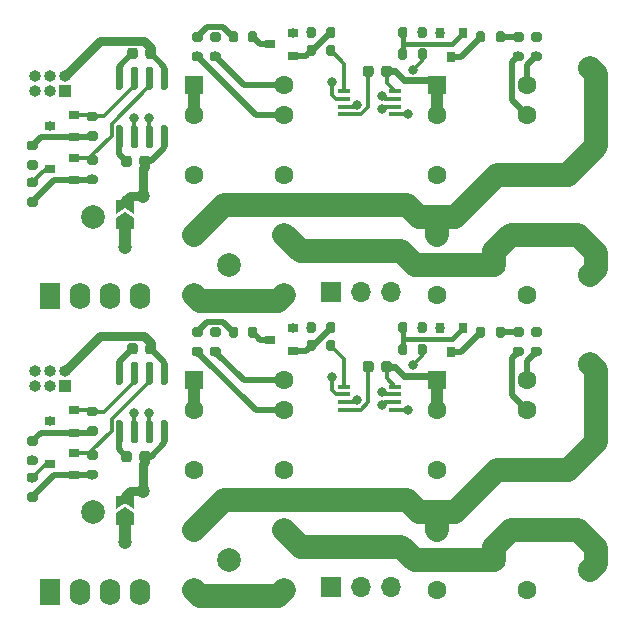
<source format=gbr>
%TF.GenerationSoftware,KiCad,Pcbnew,(5.1.10)-1*%
%TF.CreationDate,2022-01-18T18:11:06+07:00*%
%TF.ProjectId,Fan_controller_v3_pnlz1x2,46616e5f-636f-46e7-9472-6f6c6c65725f,rev?*%
%TF.SameCoordinates,Original*%
%TF.FileFunction,Copper,L1,Top*%
%TF.FilePolarity,Positive*%
%FSLAX46Y46*%
G04 Gerber Fmt 4.6, Leading zero omitted, Abs format (unit mm)*
G04 Created by KiCad (PCBNEW (5.1.10)-1) date 2022-01-18 18:11:06*
%MOMM*%
%LPD*%
G01*
G04 APERTURE LIST*
%TA.AperFunction,ComponentPad*%
%ADD10C,2.000000*%
%TD*%
%TA.AperFunction,SMDPad,CuDef*%
%ADD11C,0.020000*%
%TD*%
%TA.AperFunction,ComponentPad*%
%ADD12R,1.600000X1.600000*%
%TD*%
%TA.AperFunction,ComponentPad*%
%ADD13C,1.600000*%
%TD*%
%TA.AperFunction,ComponentPad*%
%ADD14R,1.750000X2.250000*%
%TD*%
%TA.AperFunction,ComponentPad*%
%ADD15O,1.750000X2.250000*%
%TD*%
%TA.AperFunction,SMDPad,CuDef*%
%ADD16R,0.900000X0.800000*%
%TD*%
%TA.AperFunction,SMDPad,CuDef*%
%ADD17R,0.800000X0.900000*%
%TD*%
%TA.AperFunction,ComponentPad*%
%ADD18R,1.000000X1.000000*%
%TD*%
%TA.AperFunction,ComponentPad*%
%ADD19O,1.000000X1.000000*%
%TD*%
%TA.AperFunction,SMDPad,CuDef*%
%ADD20R,1.100000X0.400000*%
%TD*%
%TA.AperFunction,ComponentPad*%
%ADD21O,1.700000X1.700000*%
%TD*%
%TA.AperFunction,ComponentPad*%
%ADD22R,1.700000X1.700000*%
%TD*%
%TA.AperFunction,ViaPad*%
%ADD23C,0.800000*%
%TD*%
%TA.AperFunction,ViaPad*%
%ADD24C,1.200000*%
%TD*%
%TA.AperFunction,Conductor*%
%ADD25C,0.500000*%
%TD*%
%TA.AperFunction,Conductor*%
%ADD26C,0.800000*%
%TD*%
%TA.AperFunction,Conductor*%
%ADD27C,0.300000*%
%TD*%
%TA.AperFunction,Conductor*%
%ADD28C,1.000000*%
%TD*%
%TA.AperFunction,Conductor*%
%ADD29C,0.600000*%
%TD*%
%TA.AperFunction,Conductor*%
%ADD30C,2.000000*%
%TD*%
%TA.AperFunction,Conductor*%
%ADD31C,0.400000*%
%TD*%
G04 APERTURE END LIST*
%TO.P,C13,1*%
%TO.N,+5VP*%
%TA.AperFunction,SMDPad,CuDef*%
G36*
G01*
X75945000Y-67549000D02*
X75945000Y-68049000D01*
G75*
G02*
X75720000Y-68274000I-225000J0D01*
G01*
X75270000Y-68274000D01*
G75*
G02*
X75045000Y-68049000I0J225000D01*
G01*
X75045000Y-67549000D01*
G75*
G02*
X75270000Y-67324000I225000J0D01*
G01*
X75720000Y-67324000D01*
G75*
G02*
X75945000Y-67549000I0J-225000D01*
G01*
G37*
%TD.AperFunction*%
%TO.P,C13,2*%
%TO.N,GND2*%
%TA.AperFunction,SMDPad,CuDef*%
G36*
G01*
X74395000Y-67549000D02*
X74395000Y-68049000D01*
G75*
G02*
X74170000Y-68274000I-225000J0D01*
G01*
X73720000Y-68274000D01*
G75*
G02*
X73495000Y-68049000I0J225000D01*
G01*
X73495000Y-67549000D01*
G75*
G02*
X73720000Y-67324000I225000J0D01*
G01*
X74170000Y-67324000D01*
G75*
G02*
X74395000Y-67549000I0J-225000D01*
G01*
G37*
%TD.AperFunction*%
%TD*%
D10*
%TO.P,C7,1*%
%TO.N,Net-(C7-Pad1)*%
X92741000Y-67545000D03*
%TO.P,C7,2*%
%TO.N,Net-(C5-Pad2)*%
X92741000Y-85045000D03*
%TD*%
%TA.AperFunction,SMDPad,CuDef*%
D11*
%TO.P,JP1,2*%
%TO.N,+5VP*%
G36*
X54121000Y-78729000D02*
G01*
X54121000Y-79879000D01*
X53371000Y-79379000D01*
X52621000Y-79879000D01*
X52621000Y-78729000D01*
X54121000Y-78729000D01*
G37*
%TD.AperFunction*%
%TA.AperFunction,SMDPad,CuDef*%
%TO.P,JP1,1*%
%TO.N,Net-(C6-Pad2)*%
G36*
X53371000Y-79679000D02*
G01*
X54121000Y-80179000D01*
X54121000Y-81179000D01*
X52621000Y-81179000D01*
X52621000Y-80179000D01*
X53371000Y-79679000D01*
G37*
%TD.AperFunction*%
%TD*%
D12*
%TO.P,K1,1*%
%TO.N,+5VP*%
X59213000Y-68942000D03*
D13*
%TO.P,K1,2*%
X59213000Y-71482000D03*
%TO.P,K1,4*%
%TO.N,Net-(C5-Pad1)*%
X59213000Y-76562000D03*
%TO.P,K1,6*%
%TO.N,Net-(C7-Pad1)*%
X59213000Y-81642000D03*
%TO.P,K1,8*%
%TO.N,Net-(K1-Pad8)*%
X59213000Y-86722000D03*
%TO.P,K1,9*%
X66833000Y-86722000D03*
%TO.P,K1,11*%
%TO.N,Net-(C5-Pad2)*%
X66833000Y-81642000D03*
%TO.P,K1,13*%
%TO.N,Net-(J1-Pad1)*%
X66833000Y-76562000D03*
%TO.P,K1,15*%
%TO.N,Net-(C4-Pad2)*%
X66833000Y-71482000D03*
%TO.P,K1,16*%
%TO.N,Net-(C3-Pad2)*%
X66833000Y-68942000D03*
%TD*%
D14*
%TO.P,PS1,1*%
%TO.N,GND1*%
X47021000Y-86849000D03*
D15*
%TO.P,PS1,2*%
%TO.N,+5P*%
X49561000Y-86849000D03*
%TO.P,PS1,3*%
%TO.N,GND2*%
X52101000Y-86849000D03*
%TO.P,PS1,4*%
%TO.N,Net-(C6-Pad2)*%
X54641000Y-86849000D03*
%TD*%
D16*
%TO.P,Q3,1*%
%TO.N,+5P*%
X49021000Y-77004000D03*
%TO.P,Q3,2*%
%TO.N,Net-(Q3-Pad2)*%
X49021000Y-75104000D03*
%TO.P,Q3,3*%
%TO.N,/sda0*%
X47021000Y-76054000D03*
%TD*%
%TO.P,Q4,1*%
%TO.N,+5P*%
X49021000Y-73382000D03*
%TO.P,Q4,2*%
%TO.N,Net-(Q4-Pad2)*%
X49021000Y-71482000D03*
%TO.P,Q4,3*%
%TO.N,/scl0*%
X47021000Y-72432000D03*
%TD*%
%TO.P,R6,1*%
%TO.N,Net-(Q2-Pad3)*%
%TA.AperFunction,SMDPad,CuDef*%
G36*
G01*
X64565000Y-64603000D02*
X64565000Y-65153000D01*
G75*
G02*
X64365000Y-65353000I-200000J0D01*
G01*
X63965000Y-65353000D01*
G75*
G02*
X63765000Y-65153000I0J200000D01*
G01*
X63765000Y-64603000D01*
G75*
G02*
X63965000Y-64403000I200000J0D01*
G01*
X64365000Y-64403000D01*
G75*
G02*
X64565000Y-64603000I0J-200000D01*
G01*
G37*
%TD.AperFunction*%
%TO.P,R6,2*%
%TO.N,Net-(C4-Pad1)*%
%TA.AperFunction,SMDPad,CuDef*%
G36*
G01*
X62915000Y-64603000D02*
X62915000Y-65153000D01*
G75*
G02*
X62715000Y-65353000I-200000J0D01*
G01*
X62315000Y-65353000D01*
G75*
G02*
X62115000Y-65153000I0J200000D01*
G01*
X62115000Y-64603000D01*
G75*
G02*
X62315000Y-64403000I200000J0D01*
G01*
X62715000Y-64403000D01*
G75*
G02*
X62915000Y-64603000I0J-200000D01*
G01*
G37*
%TD.AperFunction*%
%TD*%
%TO.P,R18,1*%
%TO.N,Net-(Q6-Pad3)*%
%TA.AperFunction,SMDPad,CuDef*%
G36*
G01*
X83071000Y-65153000D02*
X83071000Y-64603000D01*
G75*
G02*
X83271000Y-64403000I200000J0D01*
G01*
X83671000Y-64403000D01*
G75*
G02*
X83871000Y-64603000I0J-200000D01*
G01*
X83871000Y-65153000D01*
G75*
G02*
X83671000Y-65353000I-200000J0D01*
G01*
X83271000Y-65353000D01*
G75*
G02*
X83071000Y-65153000I0J200000D01*
G01*
G37*
%TD.AperFunction*%
%TO.P,R18,2*%
%TO.N,Net-(C12-Pad1)*%
%TA.AperFunction,SMDPad,CuDef*%
G36*
G01*
X84721000Y-65153000D02*
X84721000Y-64603000D01*
G75*
G02*
X84921000Y-64403000I200000J0D01*
G01*
X85321000Y-64403000D01*
G75*
G02*
X85521000Y-64603000I0J-200000D01*
G01*
X85521000Y-65153000D01*
G75*
G02*
X85321000Y-65353000I-200000J0D01*
G01*
X84921000Y-65353000D01*
G75*
G02*
X84721000Y-65153000I0J200000D01*
G01*
G37*
%TD.AperFunction*%
%TD*%
%TO.P,R9,1*%
%TO.N,Net-(C3-Pad1)*%
%TA.AperFunction,SMDPad,CuDef*%
G36*
G01*
X60716000Y-64479000D02*
X61266000Y-64479000D01*
G75*
G02*
X61466000Y-64679000I0J-200000D01*
G01*
X61466000Y-65079000D01*
G75*
G02*
X61266000Y-65279000I-200000J0D01*
G01*
X60716000Y-65279000D01*
G75*
G02*
X60516000Y-65079000I0J200000D01*
G01*
X60516000Y-64679000D01*
G75*
G02*
X60716000Y-64479000I200000J0D01*
G01*
G37*
%TD.AperFunction*%
%TO.P,R9,2*%
%TO.N,Net-(C3-Pad2)*%
%TA.AperFunction,SMDPad,CuDef*%
G36*
G01*
X60716000Y-66129000D02*
X61266000Y-66129000D01*
G75*
G02*
X61466000Y-66329000I0J-200000D01*
G01*
X61466000Y-66729000D01*
G75*
G02*
X61266000Y-66929000I-200000J0D01*
G01*
X60716000Y-66929000D01*
G75*
G02*
X60516000Y-66729000I0J200000D01*
G01*
X60516000Y-66329000D01*
G75*
G02*
X60716000Y-66129000I200000J0D01*
G01*
G37*
%TD.AperFunction*%
%TD*%
%TO.P,R10,1*%
%TO.N,Net-(C4-Pad1)*%
%TA.AperFunction,SMDPad,CuDef*%
G36*
G01*
X59192000Y-64479000D02*
X59742000Y-64479000D01*
G75*
G02*
X59942000Y-64679000I0J-200000D01*
G01*
X59942000Y-65079000D01*
G75*
G02*
X59742000Y-65279000I-200000J0D01*
G01*
X59192000Y-65279000D01*
G75*
G02*
X58992000Y-65079000I0J200000D01*
G01*
X58992000Y-64679000D01*
G75*
G02*
X59192000Y-64479000I200000J0D01*
G01*
G37*
%TD.AperFunction*%
%TO.P,R10,2*%
%TO.N,Net-(C4-Pad2)*%
%TA.AperFunction,SMDPad,CuDef*%
G36*
G01*
X59192000Y-66129000D02*
X59742000Y-66129000D01*
G75*
G02*
X59942000Y-66329000I0J-200000D01*
G01*
X59942000Y-66729000D01*
G75*
G02*
X59742000Y-66929000I-200000J0D01*
G01*
X59192000Y-66929000D01*
G75*
G02*
X58992000Y-66729000I0J200000D01*
G01*
X58992000Y-66329000D01*
G75*
G02*
X59192000Y-66129000I200000J0D01*
G01*
G37*
%TD.AperFunction*%
%TD*%
%TO.P,R19,1*%
%TO.N,Net-(C11-Pad1)*%
%TA.AperFunction,SMDPad,CuDef*%
G36*
G01*
X87894000Y-64479000D02*
X88444000Y-64479000D01*
G75*
G02*
X88644000Y-64679000I0J-200000D01*
G01*
X88644000Y-65079000D01*
G75*
G02*
X88444000Y-65279000I-200000J0D01*
G01*
X87894000Y-65279000D01*
G75*
G02*
X87694000Y-65079000I0J200000D01*
G01*
X87694000Y-64679000D01*
G75*
G02*
X87894000Y-64479000I200000J0D01*
G01*
G37*
%TD.AperFunction*%
%TO.P,R19,2*%
%TO.N,Net-(C11-Pad2)*%
%TA.AperFunction,SMDPad,CuDef*%
G36*
G01*
X87894000Y-66129000D02*
X88444000Y-66129000D01*
G75*
G02*
X88644000Y-66329000I0J-200000D01*
G01*
X88644000Y-66729000D01*
G75*
G02*
X88444000Y-66929000I-200000J0D01*
G01*
X87894000Y-66929000D01*
G75*
G02*
X87694000Y-66729000I0J200000D01*
G01*
X87694000Y-66329000D01*
G75*
G02*
X87894000Y-66129000I200000J0D01*
G01*
G37*
%TD.AperFunction*%
%TD*%
%TO.P,R20,1*%
%TO.N,Net-(C12-Pad1)*%
%TA.AperFunction,SMDPad,CuDef*%
G36*
G01*
X86370000Y-64479000D02*
X86920000Y-64479000D01*
G75*
G02*
X87120000Y-64679000I0J-200000D01*
G01*
X87120000Y-65079000D01*
G75*
G02*
X86920000Y-65279000I-200000J0D01*
G01*
X86370000Y-65279000D01*
G75*
G02*
X86170000Y-65079000I0J200000D01*
G01*
X86170000Y-64679000D01*
G75*
G02*
X86370000Y-64479000I200000J0D01*
G01*
G37*
%TD.AperFunction*%
%TO.P,R20,2*%
%TO.N,Net-(C12-Pad2)*%
%TA.AperFunction,SMDPad,CuDef*%
G36*
G01*
X86370000Y-66129000D02*
X86920000Y-66129000D01*
G75*
G02*
X87120000Y-66329000I0J-200000D01*
G01*
X87120000Y-66729000D01*
G75*
G02*
X86920000Y-66929000I-200000J0D01*
G01*
X86370000Y-66929000D01*
G75*
G02*
X86170000Y-66729000I0J200000D01*
G01*
X86170000Y-66329000D01*
G75*
G02*
X86370000Y-66129000I200000J0D01*
G01*
G37*
%TD.AperFunction*%
%TD*%
%TO.P,R7,1*%
%TO.N,/sda0*%
%TA.AperFunction,SMDPad,CuDef*%
G36*
G01*
X45222000Y-76797000D02*
X45772000Y-76797000D01*
G75*
G02*
X45972000Y-76997000I0J-200000D01*
G01*
X45972000Y-77397000D01*
G75*
G02*
X45772000Y-77597000I-200000J0D01*
G01*
X45222000Y-77597000D01*
G75*
G02*
X45022000Y-77397000I0J200000D01*
G01*
X45022000Y-76997000D01*
G75*
G02*
X45222000Y-76797000I200000J0D01*
G01*
G37*
%TD.AperFunction*%
%TO.P,R7,2*%
%TO.N,+5P*%
%TA.AperFunction,SMDPad,CuDef*%
G36*
G01*
X45222000Y-78447000D02*
X45772000Y-78447000D01*
G75*
G02*
X45972000Y-78647000I0J-200000D01*
G01*
X45972000Y-79047000D01*
G75*
G02*
X45772000Y-79247000I-200000J0D01*
G01*
X45222000Y-79247000D01*
G75*
G02*
X45022000Y-79047000I0J200000D01*
G01*
X45022000Y-78647000D01*
G75*
G02*
X45222000Y-78447000I200000J0D01*
G01*
G37*
%TD.AperFunction*%
%TD*%
D17*
%TO.P,Q6,1*%
%TO.N,Net-(Q6-Pad1)*%
X81941000Y-64560500D03*
%TO.P,Q6,2*%
%TO.N,GND2*%
X80041000Y-64560500D03*
%TO.P,Q6,3*%
%TO.N,Net-(Q6-Pad3)*%
X80991000Y-66560500D03*
%TD*%
%TO.P,R2,1*%
%TO.N,Net-(Q2-Pad1)*%
%TA.AperFunction,SMDPad,CuDef*%
G36*
G01*
X68719000Y-66296000D02*
X68719000Y-65746000D01*
G75*
G02*
X68919000Y-65546000I200000J0D01*
G01*
X69319000Y-65546000D01*
G75*
G02*
X69519000Y-65746000I0J-200000D01*
G01*
X69519000Y-66296000D01*
G75*
G02*
X69319000Y-66496000I-200000J0D01*
G01*
X68919000Y-66496000D01*
G75*
G02*
X68719000Y-66296000I0J200000D01*
G01*
G37*
%TD.AperFunction*%
%TO.P,R2,2*%
%TO.N,/K1_rst*%
%TA.AperFunction,SMDPad,CuDef*%
G36*
G01*
X70369000Y-66296000D02*
X70369000Y-65746000D01*
G75*
G02*
X70569000Y-65546000I200000J0D01*
G01*
X70969000Y-65546000D01*
G75*
G02*
X71169000Y-65746000I0J-200000D01*
G01*
X71169000Y-66296000D01*
G75*
G02*
X70969000Y-66496000I-200000J0D01*
G01*
X70569000Y-66496000D01*
G75*
G02*
X70369000Y-66296000I0J200000D01*
G01*
G37*
%TD.AperFunction*%
%TD*%
%TO.P,R4,1*%
%TO.N,Net-(Q2-Pad1)*%
%TA.AperFunction,SMDPad,CuDef*%
G36*
G01*
X71169000Y-64222000D02*
X71169000Y-64772000D01*
G75*
G02*
X70969000Y-64972000I-200000J0D01*
G01*
X70569000Y-64972000D01*
G75*
G02*
X70369000Y-64772000I0J200000D01*
G01*
X70369000Y-64222000D01*
G75*
G02*
X70569000Y-64022000I200000J0D01*
G01*
X70969000Y-64022000D01*
G75*
G02*
X71169000Y-64222000I0J-200000D01*
G01*
G37*
%TD.AperFunction*%
%TO.P,R4,2*%
%TO.N,GND2*%
%TA.AperFunction,SMDPad,CuDef*%
G36*
G01*
X69519000Y-64222000D02*
X69519000Y-64772000D01*
G75*
G02*
X69319000Y-64972000I-200000J0D01*
G01*
X68919000Y-64972000D01*
G75*
G02*
X68719000Y-64772000I0J200000D01*
G01*
X68719000Y-64222000D01*
G75*
G02*
X68919000Y-64022000I200000J0D01*
G01*
X69319000Y-64022000D01*
G75*
G02*
X69519000Y-64222000I0J-200000D01*
G01*
G37*
%TD.AperFunction*%
%TD*%
%TO.P,R14,1*%
%TO.N,Net-(Q6-Pad1)*%
%TA.AperFunction,SMDPad,CuDef*%
G36*
G01*
X76466000Y-66613500D02*
X76466000Y-66063500D01*
G75*
G02*
X76666000Y-65863500I200000J0D01*
G01*
X77066000Y-65863500D01*
G75*
G02*
X77266000Y-66063500I0J-200000D01*
G01*
X77266000Y-66613500D01*
G75*
G02*
X77066000Y-66813500I-200000J0D01*
G01*
X76666000Y-66813500D01*
G75*
G02*
X76466000Y-66613500I0J200000D01*
G01*
G37*
%TD.AperFunction*%
%TO.P,R14,2*%
%TO.N,/K2_rst*%
%TA.AperFunction,SMDPad,CuDef*%
G36*
G01*
X78116000Y-66613500D02*
X78116000Y-66063500D01*
G75*
G02*
X78316000Y-65863500I200000J0D01*
G01*
X78716000Y-65863500D01*
G75*
G02*
X78916000Y-66063500I0J-200000D01*
G01*
X78916000Y-66613500D01*
G75*
G02*
X78716000Y-66813500I-200000J0D01*
G01*
X78316000Y-66813500D01*
G75*
G02*
X78116000Y-66613500I0J200000D01*
G01*
G37*
%TD.AperFunction*%
%TD*%
%TO.P,R8,1*%
%TO.N,/scl0*%
%TA.AperFunction,SMDPad,CuDef*%
G36*
G01*
X45772000Y-76136500D02*
X45222000Y-76136500D01*
G75*
G02*
X45022000Y-75936500I0J200000D01*
G01*
X45022000Y-75536500D01*
G75*
G02*
X45222000Y-75336500I200000J0D01*
G01*
X45772000Y-75336500D01*
G75*
G02*
X45972000Y-75536500I0J-200000D01*
G01*
X45972000Y-75936500D01*
G75*
G02*
X45772000Y-76136500I-200000J0D01*
G01*
G37*
%TD.AperFunction*%
%TO.P,R8,2*%
%TO.N,+5P*%
%TA.AperFunction,SMDPad,CuDef*%
G36*
G01*
X45772000Y-74486500D02*
X45222000Y-74486500D01*
G75*
G02*
X45022000Y-74286500I0J200000D01*
G01*
X45022000Y-73886500D01*
G75*
G02*
X45222000Y-73686500I200000J0D01*
G01*
X45772000Y-73686500D01*
G75*
G02*
X45972000Y-73886500I0J-200000D01*
G01*
X45972000Y-74286500D01*
G75*
G02*
X45772000Y-74486500I-200000J0D01*
G01*
G37*
%TD.AperFunction*%
%TD*%
%TO.P,R11,1*%
%TO.N,Net-(Q3-Pad2)*%
%TA.AperFunction,SMDPad,CuDef*%
G36*
G01*
X50302000Y-74892000D02*
X50852000Y-74892000D01*
G75*
G02*
X51052000Y-75092000I0J-200000D01*
G01*
X51052000Y-75492000D01*
G75*
G02*
X50852000Y-75692000I-200000J0D01*
G01*
X50302000Y-75692000D01*
G75*
G02*
X50102000Y-75492000I0J200000D01*
G01*
X50102000Y-75092000D01*
G75*
G02*
X50302000Y-74892000I200000J0D01*
G01*
G37*
%TD.AperFunction*%
%TO.P,R11,2*%
%TO.N,+5P*%
%TA.AperFunction,SMDPad,CuDef*%
G36*
G01*
X50302000Y-76542000D02*
X50852000Y-76542000D01*
G75*
G02*
X51052000Y-76742000I0J-200000D01*
G01*
X51052000Y-77142000D01*
G75*
G02*
X50852000Y-77342000I-200000J0D01*
G01*
X50302000Y-77342000D01*
G75*
G02*
X50102000Y-77142000I0J200000D01*
G01*
X50102000Y-76742000D01*
G75*
G02*
X50302000Y-76542000I200000J0D01*
G01*
G37*
%TD.AperFunction*%
%TD*%
%TO.P,R12,1*%
%TO.N,Net-(Q4-Pad2)*%
%TA.AperFunction,SMDPad,CuDef*%
G36*
G01*
X50302000Y-71209000D02*
X50852000Y-71209000D01*
G75*
G02*
X51052000Y-71409000I0J-200000D01*
G01*
X51052000Y-71809000D01*
G75*
G02*
X50852000Y-72009000I-200000J0D01*
G01*
X50302000Y-72009000D01*
G75*
G02*
X50102000Y-71809000I0J200000D01*
G01*
X50102000Y-71409000D01*
G75*
G02*
X50302000Y-71209000I200000J0D01*
G01*
G37*
%TD.AperFunction*%
%TO.P,R12,2*%
%TO.N,+5P*%
%TA.AperFunction,SMDPad,CuDef*%
G36*
G01*
X50302000Y-72859000D02*
X50852000Y-72859000D01*
G75*
G02*
X51052000Y-73059000I0J-200000D01*
G01*
X51052000Y-73459000D01*
G75*
G02*
X50852000Y-73659000I-200000J0D01*
G01*
X50302000Y-73659000D01*
G75*
G02*
X50102000Y-73459000I0J200000D01*
G01*
X50102000Y-73059000D01*
G75*
G02*
X50302000Y-72859000I200000J0D01*
G01*
G37*
%TD.AperFunction*%
%TD*%
D10*
%TO.P,TP1,1*%
%TO.N,GND2*%
X50640500Y-80118000D03*
%TD*%
%TO.P,R16,1*%
%TO.N,Net-(Q6-Pad1)*%
%TA.AperFunction,SMDPad,CuDef*%
G36*
G01*
X76467000Y-64772000D02*
X76467000Y-64222000D01*
G75*
G02*
X76667000Y-64022000I200000J0D01*
G01*
X77067000Y-64022000D01*
G75*
G02*
X77267000Y-64222000I0J-200000D01*
G01*
X77267000Y-64772000D01*
G75*
G02*
X77067000Y-64972000I-200000J0D01*
G01*
X76667000Y-64972000D01*
G75*
G02*
X76467000Y-64772000I0J200000D01*
G01*
G37*
%TD.AperFunction*%
%TO.P,R16,2*%
%TO.N,GND2*%
%TA.AperFunction,SMDPad,CuDef*%
G36*
G01*
X78117000Y-64772000D02*
X78117000Y-64222000D01*
G75*
G02*
X78317000Y-64022000I200000J0D01*
G01*
X78717000Y-64022000D01*
G75*
G02*
X78917000Y-64222000I0J-200000D01*
G01*
X78917000Y-64772000D01*
G75*
G02*
X78717000Y-64972000I-200000J0D01*
G01*
X78317000Y-64972000D01*
G75*
G02*
X78117000Y-64772000I0J200000D01*
G01*
G37*
%TD.AperFunction*%
%TD*%
%TO.P,U1,1*%
%TO.N,+5P*%
%TA.AperFunction,SMDPad,CuDef*%
G36*
G01*
X56523000Y-67397000D02*
X56823000Y-67397000D01*
G75*
G02*
X56973000Y-67547000I0J-150000D01*
G01*
X56973000Y-69197000D01*
G75*
G02*
X56823000Y-69347000I-150000J0D01*
G01*
X56523000Y-69347000D01*
G75*
G02*
X56373000Y-69197000I0J150000D01*
G01*
X56373000Y-67547000D01*
G75*
G02*
X56523000Y-67397000I150000J0D01*
G01*
G37*
%TD.AperFunction*%
%TO.P,U1,2*%
%TO.N,Net-(Q3-Pad2)*%
%TA.AperFunction,SMDPad,CuDef*%
G36*
G01*
X55253000Y-67397000D02*
X55553000Y-67397000D01*
G75*
G02*
X55703000Y-67547000I0J-150000D01*
G01*
X55703000Y-69197000D01*
G75*
G02*
X55553000Y-69347000I-150000J0D01*
G01*
X55253000Y-69347000D01*
G75*
G02*
X55103000Y-69197000I0J150000D01*
G01*
X55103000Y-67547000D01*
G75*
G02*
X55253000Y-67397000I150000J0D01*
G01*
G37*
%TD.AperFunction*%
%TO.P,U1,3*%
%TO.N,Net-(Q4-Pad2)*%
%TA.AperFunction,SMDPad,CuDef*%
G36*
G01*
X53983000Y-67397000D02*
X54283000Y-67397000D01*
G75*
G02*
X54433000Y-67547000I0J-150000D01*
G01*
X54433000Y-69197000D01*
G75*
G02*
X54283000Y-69347000I-150000J0D01*
G01*
X53983000Y-69347000D01*
G75*
G02*
X53833000Y-69197000I0J150000D01*
G01*
X53833000Y-67547000D01*
G75*
G02*
X53983000Y-67397000I150000J0D01*
G01*
G37*
%TD.AperFunction*%
%TO.P,U1,4*%
%TO.N,GND1*%
%TA.AperFunction,SMDPad,CuDef*%
G36*
G01*
X52713000Y-67397000D02*
X53013000Y-67397000D01*
G75*
G02*
X53163000Y-67547000I0J-150000D01*
G01*
X53163000Y-69197000D01*
G75*
G02*
X53013000Y-69347000I-150000J0D01*
G01*
X52713000Y-69347000D01*
G75*
G02*
X52563000Y-69197000I0J150000D01*
G01*
X52563000Y-67547000D01*
G75*
G02*
X52713000Y-67397000I150000J0D01*
G01*
G37*
%TD.AperFunction*%
%TO.P,U1,5*%
%TO.N,GND2*%
%TA.AperFunction,SMDPad,CuDef*%
G36*
G01*
X52713000Y-72347000D02*
X53013000Y-72347000D01*
G75*
G02*
X53163000Y-72497000I0J-150000D01*
G01*
X53163000Y-74147000D01*
G75*
G02*
X53013000Y-74297000I-150000J0D01*
G01*
X52713000Y-74297000D01*
G75*
G02*
X52563000Y-74147000I0J150000D01*
G01*
X52563000Y-72497000D01*
G75*
G02*
X52713000Y-72347000I150000J0D01*
G01*
G37*
%TD.AperFunction*%
%TO.P,U1,6*%
%TO.N,/I2C_SCL*%
%TA.AperFunction,SMDPad,CuDef*%
G36*
G01*
X53983000Y-72347000D02*
X54283000Y-72347000D01*
G75*
G02*
X54433000Y-72497000I0J-150000D01*
G01*
X54433000Y-74147000D01*
G75*
G02*
X54283000Y-74297000I-150000J0D01*
G01*
X53983000Y-74297000D01*
G75*
G02*
X53833000Y-74147000I0J150000D01*
G01*
X53833000Y-72497000D01*
G75*
G02*
X53983000Y-72347000I150000J0D01*
G01*
G37*
%TD.AperFunction*%
%TO.P,U1,7*%
%TO.N,/I2C_SDA*%
%TA.AperFunction,SMDPad,CuDef*%
G36*
G01*
X55253000Y-72347000D02*
X55553000Y-72347000D01*
G75*
G02*
X55703000Y-72497000I0J-150000D01*
G01*
X55703000Y-74147000D01*
G75*
G02*
X55553000Y-74297000I-150000J0D01*
G01*
X55253000Y-74297000D01*
G75*
G02*
X55103000Y-74147000I0J150000D01*
G01*
X55103000Y-72497000D01*
G75*
G02*
X55253000Y-72347000I150000J0D01*
G01*
G37*
%TD.AperFunction*%
%TO.P,U1,8*%
%TO.N,+5VP*%
%TA.AperFunction,SMDPad,CuDef*%
G36*
G01*
X56523000Y-72347000D02*
X56823000Y-72347000D01*
G75*
G02*
X56973000Y-72497000I0J-150000D01*
G01*
X56973000Y-74147000D01*
G75*
G02*
X56823000Y-74297000I-150000J0D01*
G01*
X56523000Y-74297000D01*
G75*
G02*
X56373000Y-74147000I0J150000D01*
G01*
X56373000Y-72497000D01*
G75*
G02*
X56523000Y-72347000I150000J0D01*
G01*
G37*
%TD.AperFunction*%
%TD*%
%TO.P,C5,1*%
%TO.N,Net-(C5-Pad1)*%
X62113000Y-84182000D03*
%TO.P,C5,2*%
%TO.N,Net-(C5-Pad2)*%
X84613000Y-84182000D03*
%TD*%
D18*
%TO.P,J2,1*%
%TO.N,+5P*%
X48291000Y-69450000D03*
D19*
%TO.P,J2,2*%
X48291000Y-68180000D03*
%TO.P,J2,3*%
%TO.N,GND1*%
X47021000Y-69450000D03*
%TO.P,J2,4*%
X47021000Y-68180000D03*
%TO.P,J2,5*%
%TO.N,/sda0*%
X45751000Y-69450000D03*
%TO.P,J2,6*%
%TO.N,/scl0*%
X45751000Y-68180000D03*
%TD*%
D20*
%TO.P,U2,1*%
%TO.N,/K1_rst*%
X71922000Y-69491000D03*
%TO.P,U2,2*%
%TO.N,/K1_set*%
X71922000Y-70141000D03*
%TO.P,U2,3*%
%TO.N,/K2_rst*%
X71922000Y-70791000D03*
%TO.P,U2,4*%
%TO.N,GND2*%
X71922000Y-71441000D03*
%TO.P,U2,5*%
%TO.N,/K2_set*%
X76222000Y-71441000D03*
%TO.P,U2,6*%
%TO.N,/I2C_SCL*%
X76222000Y-70791000D03*
%TO.P,U2,7*%
%TO.N,/I2C_SDA*%
X76222000Y-70141000D03*
%TO.P,U2,8*%
%TO.N,+5VP*%
X76222000Y-69491000D03*
%TD*%
D21*
%TO.P,J1,3*%
%TO.N,Net-(J1-Pad3)*%
X75850000Y-86468000D03*
%TO.P,J1,2*%
%TO.N,N/C*%
X73310000Y-86468000D03*
D22*
%TO.P,J1,1*%
%TO.N,Net-(J1-Pad1)*%
X70770000Y-86468000D03*
%TD*%
D13*
%TO.P,K2,16*%
%TO.N,Net-(C11-Pad2)*%
X87407000Y-68942000D03*
%TO.P,K2,15*%
%TO.N,Net-(C12-Pad2)*%
X87407000Y-71482000D03*
%TO.P,K2,13*%
%TO.N,Net-(C7-Pad1)*%
X87407000Y-76562000D03*
%TO.P,K2,11*%
%TO.N,Net-(C5-Pad2)*%
X87407000Y-81642000D03*
%TO.P,K2,9*%
%TO.N,Net-(K2-Pad8)*%
X87407000Y-86722000D03*
%TO.P,K2,8*%
X79787000Y-86722000D03*
%TO.P,K2,6*%
%TO.N,Net-(C7-Pad1)*%
X79787000Y-81642000D03*
%TO.P,K2,4*%
%TO.N,Net-(J1-Pad3)*%
X79787000Y-76562000D03*
%TO.P,K2,2*%
%TO.N,+5VP*%
X79787000Y-71482000D03*
D12*
%TO.P,K2,1*%
X79787000Y-68942000D03*
%TD*%
%TO.P,C8,1*%
%TO.N,GND1*%
%TA.AperFunction,SMDPad,CuDef*%
G36*
G01*
X53530000Y-66525000D02*
X53530000Y-66025000D01*
G75*
G02*
X53755000Y-65800000I225000J0D01*
G01*
X54205000Y-65800000D01*
G75*
G02*
X54430000Y-66025000I0J-225000D01*
G01*
X54430000Y-66525000D01*
G75*
G02*
X54205000Y-66750000I-225000J0D01*
G01*
X53755000Y-66750000D01*
G75*
G02*
X53530000Y-66525000I0J225000D01*
G01*
G37*
%TD.AperFunction*%
%TO.P,C8,2*%
%TO.N,+5P*%
%TA.AperFunction,SMDPad,CuDef*%
G36*
G01*
X55080000Y-66525000D02*
X55080000Y-66025000D01*
G75*
G02*
X55305000Y-65800000I225000J0D01*
G01*
X55755000Y-65800000D01*
G75*
G02*
X55980000Y-66025000I0J-225000D01*
G01*
X55980000Y-66525000D01*
G75*
G02*
X55755000Y-66750000I-225000J0D01*
G01*
X55305000Y-66750000D01*
G75*
G02*
X55080000Y-66525000I0J225000D01*
G01*
G37*
%TD.AperFunction*%
%TD*%
%TO.P,C10,1*%
%TO.N,GND2*%
%TA.AperFunction,SMDPad,CuDef*%
G36*
G01*
X53022000Y-75669000D02*
X53022000Y-75169000D01*
G75*
G02*
X53247000Y-74944000I225000J0D01*
G01*
X53697000Y-74944000D01*
G75*
G02*
X53922000Y-75169000I0J-225000D01*
G01*
X53922000Y-75669000D01*
G75*
G02*
X53697000Y-75894000I-225000J0D01*
G01*
X53247000Y-75894000D01*
G75*
G02*
X53022000Y-75669000I0J225000D01*
G01*
G37*
%TD.AperFunction*%
%TO.P,C10,2*%
%TO.N,+5VP*%
%TA.AperFunction,SMDPad,CuDef*%
G36*
G01*
X54572000Y-75669000D02*
X54572000Y-75169000D01*
G75*
G02*
X54797000Y-74944000I225000J0D01*
G01*
X55247000Y-74944000D01*
G75*
G02*
X55472000Y-75169000I0J-225000D01*
G01*
X55472000Y-75669000D01*
G75*
G02*
X55247000Y-75894000I-225000J0D01*
G01*
X54797000Y-75894000D01*
G75*
G02*
X54572000Y-75669000I0J225000D01*
G01*
G37*
%TD.AperFunction*%
%TD*%
D16*
%TO.P,Q2,1*%
%TO.N,Net-(Q2-Pad1)*%
X67595000Y-66460500D03*
%TO.P,Q2,2*%
%TO.N,GND2*%
X67595000Y-64560500D03*
%TO.P,Q2,3*%
%TO.N,Net-(Q2-Pad3)*%
X65595000Y-65510500D03*
%TD*%
D19*
%TO.P,J2,6*%
%TO.N,/scl0*%
X45751000Y-43180000D03*
%TO.P,J2,5*%
%TO.N,/sda0*%
X45751000Y-44450000D03*
%TO.P,J2,4*%
%TO.N,GND1*%
X47021000Y-43180000D03*
%TO.P,J2,3*%
X47021000Y-44450000D03*
%TO.P,J2,2*%
%TO.N,+5P*%
X48291000Y-43180000D03*
D18*
%TO.P,J2,1*%
X48291000Y-44450000D03*
%TD*%
D10*
%TO.P,C5,2*%
%TO.N,Net-(C5-Pad2)*%
X84613000Y-59182000D03*
%TO.P,C5,1*%
%TO.N,Net-(C5-Pad1)*%
X62113000Y-59182000D03*
%TD*%
%TO.P,U1,8*%
%TO.N,+5VP*%
%TA.AperFunction,SMDPad,CuDef*%
G36*
G01*
X56523000Y-47347000D02*
X56823000Y-47347000D01*
G75*
G02*
X56973000Y-47497000I0J-150000D01*
G01*
X56973000Y-49147000D01*
G75*
G02*
X56823000Y-49297000I-150000J0D01*
G01*
X56523000Y-49297000D01*
G75*
G02*
X56373000Y-49147000I0J150000D01*
G01*
X56373000Y-47497000D01*
G75*
G02*
X56523000Y-47347000I150000J0D01*
G01*
G37*
%TD.AperFunction*%
%TO.P,U1,7*%
%TO.N,/I2C_SDA*%
%TA.AperFunction,SMDPad,CuDef*%
G36*
G01*
X55253000Y-47347000D02*
X55553000Y-47347000D01*
G75*
G02*
X55703000Y-47497000I0J-150000D01*
G01*
X55703000Y-49147000D01*
G75*
G02*
X55553000Y-49297000I-150000J0D01*
G01*
X55253000Y-49297000D01*
G75*
G02*
X55103000Y-49147000I0J150000D01*
G01*
X55103000Y-47497000D01*
G75*
G02*
X55253000Y-47347000I150000J0D01*
G01*
G37*
%TD.AperFunction*%
%TO.P,U1,6*%
%TO.N,/I2C_SCL*%
%TA.AperFunction,SMDPad,CuDef*%
G36*
G01*
X53983000Y-47347000D02*
X54283000Y-47347000D01*
G75*
G02*
X54433000Y-47497000I0J-150000D01*
G01*
X54433000Y-49147000D01*
G75*
G02*
X54283000Y-49297000I-150000J0D01*
G01*
X53983000Y-49297000D01*
G75*
G02*
X53833000Y-49147000I0J150000D01*
G01*
X53833000Y-47497000D01*
G75*
G02*
X53983000Y-47347000I150000J0D01*
G01*
G37*
%TD.AperFunction*%
%TO.P,U1,5*%
%TO.N,GND2*%
%TA.AperFunction,SMDPad,CuDef*%
G36*
G01*
X52713000Y-47347000D02*
X53013000Y-47347000D01*
G75*
G02*
X53163000Y-47497000I0J-150000D01*
G01*
X53163000Y-49147000D01*
G75*
G02*
X53013000Y-49297000I-150000J0D01*
G01*
X52713000Y-49297000D01*
G75*
G02*
X52563000Y-49147000I0J150000D01*
G01*
X52563000Y-47497000D01*
G75*
G02*
X52713000Y-47347000I150000J0D01*
G01*
G37*
%TD.AperFunction*%
%TO.P,U1,4*%
%TO.N,GND1*%
%TA.AperFunction,SMDPad,CuDef*%
G36*
G01*
X52713000Y-42397000D02*
X53013000Y-42397000D01*
G75*
G02*
X53163000Y-42547000I0J-150000D01*
G01*
X53163000Y-44197000D01*
G75*
G02*
X53013000Y-44347000I-150000J0D01*
G01*
X52713000Y-44347000D01*
G75*
G02*
X52563000Y-44197000I0J150000D01*
G01*
X52563000Y-42547000D01*
G75*
G02*
X52713000Y-42397000I150000J0D01*
G01*
G37*
%TD.AperFunction*%
%TO.P,U1,3*%
%TO.N,Net-(Q4-Pad2)*%
%TA.AperFunction,SMDPad,CuDef*%
G36*
G01*
X53983000Y-42397000D02*
X54283000Y-42397000D01*
G75*
G02*
X54433000Y-42547000I0J-150000D01*
G01*
X54433000Y-44197000D01*
G75*
G02*
X54283000Y-44347000I-150000J0D01*
G01*
X53983000Y-44347000D01*
G75*
G02*
X53833000Y-44197000I0J150000D01*
G01*
X53833000Y-42547000D01*
G75*
G02*
X53983000Y-42397000I150000J0D01*
G01*
G37*
%TD.AperFunction*%
%TO.P,U1,2*%
%TO.N,Net-(Q3-Pad2)*%
%TA.AperFunction,SMDPad,CuDef*%
G36*
G01*
X55253000Y-42397000D02*
X55553000Y-42397000D01*
G75*
G02*
X55703000Y-42547000I0J-150000D01*
G01*
X55703000Y-44197000D01*
G75*
G02*
X55553000Y-44347000I-150000J0D01*
G01*
X55253000Y-44347000D01*
G75*
G02*
X55103000Y-44197000I0J150000D01*
G01*
X55103000Y-42547000D01*
G75*
G02*
X55253000Y-42397000I150000J0D01*
G01*
G37*
%TD.AperFunction*%
%TO.P,U1,1*%
%TO.N,+5P*%
%TA.AperFunction,SMDPad,CuDef*%
G36*
G01*
X56523000Y-42397000D02*
X56823000Y-42397000D01*
G75*
G02*
X56973000Y-42547000I0J-150000D01*
G01*
X56973000Y-44197000D01*
G75*
G02*
X56823000Y-44347000I-150000J0D01*
G01*
X56523000Y-44347000D01*
G75*
G02*
X56373000Y-44197000I0J150000D01*
G01*
X56373000Y-42547000D01*
G75*
G02*
X56523000Y-42397000I150000J0D01*
G01*
G37*
%TD.AperFunction*%
%TD*%
%TO.P,R16,2*%
%TO.N,GND2*%
%TA.AperFunction,SMDPad,CuDef*%
G36*
G01*
X78117000Y-39772000D02*
X78117000Y-39222000D01*
G75*
G02*
X78317000Y-39022000I200000J0D01*
G01*
X78717000Y-39022000D01*
G75*
G02*
X78917000Y-39222000I0J-200000D01*
G01*
X78917000Y-39772000D01*
G75*
G02*
X78717000Y-39972000I-200000J0D01*
G01*
X78317000Y-39972000D01*
G75*
G02*
X78117000Y-39772000I0J200000D01*
G01*
G37*
%TD.AperFunction*%
%TO.P,R16,1*%
%TO.N,Net-(Q6-Pad1)*%
%TA.AperFunction,SMDPad,CuDef*%
G36*
G01*
X76467000Y-39772000D02*
X76467000Y-39222000D01*
G75*
G02*
X76667000Y-39022000I200000J0D01*
G01*
X77067000Y-39022000D01*
G75*
G02*
X77267000Y-39222000I0J-200000D01*
G01*
X77267000Y-39772000D01*
G75*
G02*
X77067000Y-39972000I-200000J0D01*
G01*
X76667000Y-39972000D01*
G75*
G02*
X76467000Y-39772000I0J200000D01*
G01*
G37*
%TD.AperFunction*%
%TD*%
%TO.P,R14,2*%
%TO.N,/K2_rst*%
%TA.AperFunction,SMDPad,CuDef*%
G36*
G01*
X78116000Y-41613500D02*
X78116000Y-41063500D01*
G75*
G02*
X78316000Y-40863500I200000J0D01*
G01*
X78716000Y-40863500D01*
G75*
G02*
X78916000Y-41063500I0J-200000D01*
G01*
X78916000Y-41613500D01*
G75*
G02*
X78716000Y-41813500I-200000J0D01*
G01*
X78316000Y-41813500D01*
G75*
G02*
X78116000Y-41613500I0J200000D01*
G01*
G37*
%TD.AperFunction*%
%TO.P,R14,1*%
%TO.N,Net-(Q6-Pad1)*%
%TA.AperFunction,SMDPad,CuDef*%
G36*
G01*
X76466000Y-41613500D02*
X76466000Y-41063500D01*
G75*
G02*
X76666000Y-40863500I200000J0D01*
G01*
X77066000Y-40863500D01*
G75*
G02*
X77266000Y-41063500I0J-200000D01*
G01*
X77266000Y-41613500D01*
G75*
G02*
X77066000Y-41813500I-200000J0D01*
G01*
X76666000Y-41813500D01*
G75*
G02*
X76466000Y-41613500I0J200000D01*
G01*
G37*
%TD.AperFunction*%
%TD*%
%TO.P,R4,2*%
%TO.N,GND2*%
%TA.AperFunction,SMDPad,CuDef*%
G36*
G01*
X69519000Y-39222000D02*
X69519000Y-39772000D01*
G75*
G02*
X69319000Y-39972000I-200000J0D01*
G01*
X68919000Y-39972000D01*
G75*
G02*
X68719000Y-39772000I0J200000D01*
G01*
X68719000Y-39222000D01*
G75*
G02*
X68919000Y-39022000I200000J0D01*
G01*
X69319000Y-39022000D01*
G75*
G02*
X69519000Y-39222000I0J-200000D01*
G01*
G37*
%TD.AperFunction*%
%TO.P,R4,1*%
%TO.N,Net-(Q2-Pad1)*%
%TA.AperFunction,SMDPad,CuDef*%
G36*
G01*
X71169000Y-39222000D02*
X71169000Y-39772000D01*
G75*
G02*
X70969000Y-39972000I-200000J0D01*
G01*
X70569000Y-39972000D01*
G75*
G02*
X70369000Y-39772000I0J200000D01*
G01*
X70369000Y-39222000D01*
G75*
G02*
X70569000Y-39022000I200000J0D01*
G01*
X70969000Y-39022000D01*
G75*
G02*
X71169000Y-39222000I0J-200000D01*
G01*
G37*
%TD.AperFunction*%
%TD*%
%TO.P,R2,2*%
%TO.N,/K1_rst*%
%TA.AperFunction,SMDPad,CuDef*%
G36*
G01*
X70369000Y-41296000D02*
X70369000Y-40746000D01*
G75*
G02*
X70569000Y-40546000I200000J0D01*
G01*
X70969000Y-40546000D01*
G75*
G02*
X71169000Y-40746000I0J-200000D01*
G01*
X71169000Y-41296000D01*
G75*
G02*
X70969000Y-41496000I-200000J0D01*
G01*
X70569000Y-41496000D01*
G75*
G02*
X70369000Y-41296000I0J200000D01*
G01*
G37*
%TD.AperFunction*%
%TO.P,R2,1*%
%TO.N,Net-(Q2-Pad1)*%
%TA.AperFunction,SMDPad,CuDef*%
G36*
G01*
X68719000Y-41296000D02*
X68719000Y-40746000D01*
G75*
G02*
X68919000Y-40546000I200000J0D01*
G01*
X69319000Y-40546000D01*
G75*
G02*
X69519000Y-40746000I0J-200000D01*
G01*
X69519000Y-41296000D01*
G75*
G02*
X69319000Y-41496000I-200000J0D01*
G01*
X68919000Y-41496000D01*
G75*
G02*
X68719000Y-41296000I0J200000D01*
G01*
G37*
%TD.AperFunction*%
%TD*%
D17*
%TO.P,Q6,3*%
%TO.N,Net-(Q6-Pad3)*%
X80991000Y-41560500D03*
%TO.P,Q6,2*%
%TO.N,GND2*%
X80041000Y-39560500D03*
%TO.P,Q6,1*%
%TO.N,Net-(Q6-Pad1)*%
X81941000Y-39560500D03*
%TD*%
D16*
%TO.P,Q2,3*%
%TO.N,Net-(Q2-Pad3)*%
X65595000Y-40510500D03*
%TO.P,Q2,2*%
%TO.N,GND2*%
X67595000Y-39560500D03*
%TO.P,Q2,1*%
%TO.N,Net-(Q2-Pad1)*%
X67595000Y-41460500D03*
%TD*%
%TO.P,C10,2*%
%TO.N,+5VP*%
%TA.AperFunction,SMDPad,CuDef*%
G36*
G01*
X54572000Y-50669000D02*
X54572000Y-50169000D01*
G75*
G02*
X54797000Y-49944000I225000J0D01*
G01*
X55247000Y-49944000D01*
G75*
G02*
X55472000Y-50169000I0J-225000D01*
G01*
X55472000Y-50669000D01*
G75*
G02*
X55247000Y-50894000I-225000J0D01*
G01*
X54797000Y-50894000D01*
G75*
G02*
X54572000Y-50669000I0J225000D01*
G01*
G37*
%TD.AperFunction*%
%TO.P,C10,1*%
%TO.N,GND2*%
%TA.AperFunction,SMDPad,CuDef*%
G36*
G01*
X53022000Y-50669000D02*
X53022000Y-50169000D01*
G75*
G02*
X53247000Y-49944000I225000J0D01*
G01*
X53697000Y-49944000D01*
G75*
G02*
X53922000Y-50169000I0J-225000D01*
G01*
X53922000Y-50669000D01*
G75*
G02*
X53697000Y-50894000I-225000J0D01*
G01*
X53247000Y-50894000D01*
G75*
G02*
X53022000Y-50669000I0J225000D01*
G01*
G37*
%TD.AperFunction*%
%TD*%
%TO.P,C8,2*%
%TO.N,+5P*%
%TA.AperFunction,SMDPad,CuDef*%
G36*
G01*
X55080000Y-41525000D02*
X55080000Y-41025000D01*
G75*
G02*
X55305000Y-40800000I225000J0D01*
G01*
X55755000Y-40800000D01*
G75*
G02*
X55980000Y-41025000I0J-225000D01*
G01*
X55980000Y-41525000D01*
G75*
G02*
X55755000Y-41750000I-225000J0D01*
G01*
X55305000Y-41750000D01*
G75*
G02*
X55080000Y-41525000I0J225000D01*
G01*
G37*
%TD.AperFunction*%
%TO.P,C8,1*%
%TO.N,GND1*%
%TA.AperFunction,SMDPad,CuDef*%
G36*
G01*
X53530000Y-41525000D02*
X53530000Y-41025000D01*
G75*
G02*
X53755000Y-40800000I225000J0D01*
G01*
X54205000Y-40800000D01*
G75*
G02*
X54430000Y-41025000I0J-225000D01*
G01*
X54430000Y-41525000D01*
G75*
G02*
X54205000Y-41750000I-225000J0D01*
G01*
X53755000Y-41750000D01*
G75*
G02*
X53530000Y-41525000I0J225000D01*
G01*
G37*
%TD.AperFunction*%
%TD*%
D12*
%TO.P,K2,1*%
%TO.N,+5VP*%
X79787000Y-43942000D03*
D13*
%TO.P,K2,2*%
X79787000Y-46482000D03*
%TO.P,K2,4*%
%TO.N,Net-(J1-Pad3)*%
X79787000Y-51562000D03*
%TO.P,K2,6*%
%TO.N,Net-(C7-Pad1)*%
X79787000Y-56642000D03*
%TO.P,K2,8*%
%TO.N,Net-(K2-Pad8)*%
X79787000Y-61722000D03*
%TO.P,K2,9*%
X87407000Y-61722000D03*
%TO.P,K2,11*%
%TO.N,Net-(C5-Pad2)*%
X87407000Y-56642000D03*
%TO.P,K2,13*%
%TO.N,Net-(C7-Pad1)*%
X87407000Y-51562000D03*
%TO.P,K2,15*%
%TO.N,Net-(C12-Pad2)*%
X87407000Y-46482000D03*
%TO.P,K2,16*%
%TO.N,Net-(C11-Pad2)*%
X87407000Y-43942000D03*
%TD*%
D22*
%TO.P,J1,1*%
%TO.N,Net-(J1-Pad1)*%
X70770000Y-61468000D03*
D21*
%TO.P,J1,2*%
%TO.N,N/C*%
X73310000Y-61468000D03*
%TO.P,J1,3*%
%TO.N,Net-(J1-Pad3)*%
X75850000Y-61468000D03*
%TD*%
D20*
%TO.P,U2,8*%
%TO.N,+5VP*%
X76222000Y-44491000D03*
%TO.P,U2,7*%
%TO.N,/I2C_SDA*%
X76222000Y-45141000D03*
%TO.P,U2,6*%
%TO.N,/I2C_SCL*%
X76222000Y-45791000D03*
%TO.P,U2,5*%
%TO.N,/K2_set*%
X76222000Y-46441000D03*
%TO.P,U2,4*%
%TO.N,GND2*%
X71922000Y-46441000D03*
%TO.P,U2,3*%
%TO.N,/K2_rst*%
X71922000Y-45791000D03*
%TO.P,U2,2*%
%TO.N,/K1_set*%
X71922000Y-45141000D03*
%TO.P,U2,1*%
%TO.N,/K1_rst*%
X71922000Y-44491000D03*
%TD*%
D10*
%TO.P,TP1,1*%
%TO.N,GND2*%
X50640500Y-55118000D03*
%TD*%
%TO.P,R12,2*%
%TO.N,+5P*%
%TA.AperFunction,SMDPad,CuDef*%
G36*
G01*
X50302000Y-47859000D02*
X50852000Y-47859000D01*
G75*
G02*
X51052000Y-48059000I0J-200000D01*
G01*
X51052000Y-48459000D01*
G75*
G02*
X50852000Y-48659000I-200000J0D01*
G01*
X50302000Y-48659000D01*
G75*
G02*
X50102000Y-48459000I0J200000D01*
G01*
X50102000Y-48059000D01*
G75*
G02*
X50302000Y-47859000I200000J0D01*
G01*
G37*
%TD.AperFunction*%
%TO.P,R12,1*%
%TO.N,Net-(Q4-Pad2)*%
%TA.AperFunction,SMDPad,CuDef*%
G36*
G01*
X50302000Y-46209000D02*
X50852000Y-46209000D01*
G75*
G02*
X51052000Y-46409000I0J-200000D01*
G01*
X51052000Y-46809000D01*
G75*
G02*
X50852000Y-47009000I-200000J0D01*
G01*
X50302000Y-47009000D01*
G75*
G02*
X50102000Y-46809000I0J200000D01*
G01*
X50102000Y-46409000D01*
G75*
G02*
X50302000Y-46209000I200000J0D01*
G01*
G37*
%TD.AperFunction*%
%TD*%
%TO.P,R11,2*%
%TO.N,+5P*%
%TA.AperFunction,SMDPad,CuDef*%
G36*
G01*
X50302000Y-51542000D02*
X50852000Y-51542000D01*
G75*
G02*
X51052000Y-51742000I0J-200000D01*
G01*
X51052000Y-52142000D01*
G75*
G02*
X50852000Y-52342000I-200000J0D01*
G01*
X50302000Y-52342000D01*
G75*
G02*
X50102000Y-52142000I0J200000D01*
G01*
X50102000Y-51742000D01*
G75*
G02*
X50302000Y-51542000I200000J0D01*
G01*
G37*
%TD.AperFunction*%
%TO.P,R11,1*%
%TO.N,Net-(Q3-Pad2)*%
%TA.AperFunction,SMDPad,CuDef*%
G36*
G01*
X50302000Y-49892000D02*
X50852000Y-49892000D01*
G75*
G02*
X51052000Y-50092000I0J-200000D01*
G01*
X51052000Y-50492000D01*
G75*
G02*
X50852000Y-50692000I-200000J0D01*
G01*
X50302000Y-50692000D01*
G75*
G02*
X50102000Y-50492000I0J200000D01*
G01*
X50102000Y-50092000D01*
G75*
G02*
X50302000Y-49892000I200000J0D01*
G01*
G37*
%TD.AperFunction*%
%TD*%
%TO.P,R8,2*%
%TO.N,+5P*%
%TA.AperFunction,SMDPad,CuDef*%
G36*
G01*
X45772000Y-49486500D02*
X45222000Y-49486500D01*
G75*
G02*
X45022000Y-49286500I0J200000D01*
G01*
X45022000Y-48886500D01*
G75*
G02*
X45222000Y-48686500I200000J0D01*
G01*
X45772000Y-48686500D01*
G75*
G02*
X45972000Y-48886500I0J-200000D01*
G01*
X45972000Y-49286500D01*
G75*
G02*
X45772000Y-49486500I-200000J0D01*
G01*
G37*
%TD.AperFunction*%
%TO.P,R8,1*%
%TO.N,/scl0*%
%TA.AperFunction,SMDPad,CuDef*%
G36*
G01*
X45772000Y-51136500D02*
X45222000Y-51136500D01*
G75*
G02*
X45022000Y-50936500I0J200000D01*
G01*
X45022000Y-50536500D01*
G75*
G02*
X45222000Y-50336500I200000J0D01*
G01*
X45772000Y-50336500D01*
G75*
G02*
X45972000Y-50536500I0J-200000D01*
G01*
X45972000Y-50936500D01*
G75*
G02*
X45772000Y-51136500I-200000J0D01*
G01*
G37*
%TD.AperFunction*%
%TD*%
%TO.P,R7,2*%
%TO.N,+5P*%
%TA.AperFunction,SMDPad,CuDef*%
G36*
G01*
X45222000Y-53447000D02*
X45772000Y-53447000D01*
G75*
G02*
X45972000Y-53647000I0J-200000D01*
G01*
X45972000Y-54047000D01*
G75*
G02*
X45772000Y-54247000I-200000J0D01*
G01*
X45222000Y-54247000D01*
G75*
G02*
X45022000Y-54047000I0J200000D01*
G01*
X45022000Y-53647000D01*
G75*
G02*
X45222000Y-53447000I200000J0D01*
G01*
G37*
%TD.AperFunction*%
%TO.P,R7,1*%
%TO.N,/sda0*%
%TA.AperFunction,SMDPad,CuDef*%
G36*
G01*
X45222000Y-51797000D02*
X45772000Y-51797000D01*
G75*
G02*
X45972000Y-51997000I0J-200000D01*
G01*
X45972000Y-52397000D01*
G75*
G02*
X45772000Y-52597000I-200000J0D01*
G01*
X45222000Y-52597000D01*
G75*
G02*
X45022000Y-52397000I0J200000D01*
G01*
X45022000Y-51997000D01*
G75*
G02*
X45222000Y-51797000I200000J0D01*
G01*
G37*
%TD.AperFunction*%
%TD*%
%TO.P,R20,2*%
%TO.N,Net-(C12-Pad2)*%
%TA.AperFunction,SMDPad,CuDef*%
G36*
G01*
X86370000Y-41129000D02*
X86920000Y-41129000D01*
G75*
G02*
X87120000Y-41329000I0J-200000D01*
G01*
X87120000Y-41729000D01*
G75*
G02*
X86920000Y-41929000I-200000J0D01*
G01*
X86370000Y-41929000D01*
G75*
G02*
X86170000Y-41729000I0J200000D01*
G01*
X86170000Y-41329000D01*
G75*
G02*
X86370000Y-41129000I200000J0D01*
G01*
G37*
%TD.AperFunction*%
%TO.P,R20,1*%
%TO.N,Net-(C12-Pad1)*%
%TA.AperFunction,SMDPad,CuDef*%
G36*
G01*
X86370000Y-39479000D02*
X86920000Y-39479000D01*
G75*
G02*
X87120000Y-39679000I0J-200000D01*
G01*
X87120000Y-40079000D01*
G75*
G02*
X86920000Y-40279000I-200000J0D01*
G01*
X86370000Y-40279000D01*
G75*
G02*
X86170000Y-40079000I0J200000D01*
G01*
X86170000Y-39679000D01*
G75*
G02*
X86370000Y-39479000I200000J0D01*
G01*
G37*
%TD.AperFunction*%
%TD*%
%TO.P,R19,2*%
%TO.N,Net-(C11-Pad2)*%
%TA.AperFunction,SMDPad,CuDef*%
G36*
G01*
X87894000Y-41129000D02*
X88444000Y-41129000D01*
G75*
G02*
X88644000Y-41329000I0J-200000D01*
G01*
X88644000Y-41729000D01*
G75*
G02*
X88444000Y-41929000I-200000J0D01*
G01*
X87894000Y-41929000D01*
G75*
G02*
X87694000Y-41729000I0J200000D01*
G01*
X87694000Y-41329000D01*
G75*
G02*
X87894000Y-41129000I200000J0D01*
G01*
G37*
%TD.AperFunction*%
%TO.P,R19,1*%
%TO.N,Net-(C11-Pad1)*%
%TA.AperFunction,SMDPad,CuDef*%
G36*
G01*
X87894000Y-39479000D02*
X88444000Y-39479000D01*
G75*
G02*
X88644000Y-39679000I0J-200000D01*
G01*
X88644000Y-40079000D01*
G75*
G02*
X88444000Y-40279000I-200000J0D01*
G01*
X87894000Y-40279000D01*
G75*
G02*
X87694000Y-40079000I0J200000D01*
G01*
X87694000Y-39679000D01*
G75*
G02*
X87894000Y-39479000I200000J0D01*
G01*
G37*
%TD.AperFunction*%
%TD*%
%TO.P,R10,2*%
%TO.N,Net-(C4-Pad2)*%
%TA.AperFunction,SMDPad,CuDef*%
G36*
G01*
X59192000Y-41129000D02*
X59742000Y-41129000D01*
G75*
G02*
X59942000Y-41329000I0J-200000D01*
G01*
X59942000Y-41729000D01*
G75*
G02*
X59742000Y-41929000I-200000J0D01*
G01*
X59192000Y-41929000D01*
G75*
G02*
X58992000Y-41729000I0J200000D01*
G01*
X58992000Y-41329000D01*
G75*
G02*
X59192000Y-41129000I200000J0D01*
G01*
G37*
%TD.AperFunction*%
%TO.P,R10,1*%
%TO.N,Net-(C4-Pad1)*%
%TA.AperFunction,SMDPad,CuDef*%
G36*
G01*
X59192000Y-39479000D02*
X59742000Y-39479000D01*
G75*
G02*
X59942000Y-39679000I0J-200000D01*
G01*
X59942000Y-40079000D01*
G75*
G02*
X59742000Y-40279000I-200000J0D01*
G01*
X59192000Y-40279000D01*
G75*
G02*
X58992000Y-40079000I0J200000D01*
G01*
X58992000Y-39679000D01*
G75*
G02*
X59192000Y-39479000I200000J0D01*
G01*
G37*
%TD.AperFunction*%
%TD*%
%TO.P,R9,2*%
%TO.N,Net-(C3-Pad2)*%
%TA.AperFunction,SMDPad,CuDef*%
G36*
G01*
X60716000Y-41129000D02*
X61266000Y-41129000D01*
G75*
G02*
X61466000Y-41329000I0J-200000D01*
G01*
X61466000Y-41729000D01*
G75*
G02*
X61266000Y-41929000I-200000J0D01*
G01*
X60716000Y-41929000D01*
G75*
G02*
X60516000Y-41729000I0J200000D01*
G01*
X60516000Y-41329000D01*
G75*
G02*
X60716000Y-41129000I200000J0D01*
G01*
G37*
%TD.AperFunction*%
%TO.P,R9,1*%
%TO.N,Net-(C3-Pad1)*%
%TA.AperFunction,SMDPad,CuDef*%
G36*
G01*
X60716000Y-39479000D02*
X61266000Y-39479000D01*
G75*
G02*
X61466000Y-39679000I0J-200000D01*
G01*
X61466000Y-40079000D01*
G75*
G02*
X61266000Y-40279000I-200000J0D01*
G01*
X60716000Y-40279000D01*
G75*
G02*
X60516000Y-40079000I0J200000D01*
G01*
X60516000Y-39679000D01*
G75*
G02*
X60716000Y-39479000I200000J0D01*
G01*
G37*
%TD.AperFunction*%
%TD*%
%TO.P,R18,2*%
%TO.N,Net-(C12-Pad1)*%
%TA.AperFunction,SMDPad,CuDef*%
G36*
G01*
X84721000Y-40153000D02*
X84721000Y-39603000D01*
G75*
G02*
X84921000Y-39403000I200000J0D01*
G01*
X85321000Y-39403000D01*
G75*
G02*
X85521000Y-39603000I0J-200000D01*
G01*
X85521000Y-40153000D01*
G75*
G02*
X85321000Y-40353000I-200000J0D01*
G01*
X84921000Y-40353000D01*
G75*
G02*
X84721000Y-40153000I0J200000D01*
G01*
G37*
%TD.AperFunction*%
%TO.P,R18,1*%
%TO.N,Net-(Q6-Pad3)*%
%TA.AperFunction,SMDPad,CuDef*%
G36*
G01*
X83071000Y-40153000D02*
X83071000Y-39603000D01*
G75*
G02*
X83271000Y-39403000I200000J0D01*
G01*
X83671000Y-39403000D01*
G75*
G02*
X83871000Y-39603000I0J-200000D01*
G01*
X83871000Y-40153000D01*
G75*
G02*
X83671000Y-40353000I-200000J0D01*
G01*
X83271000Y-40353000D01*
G75*
G02*
X83071000Y-40153000I0J200000D01*
G01*
G37*
%TD.AperFunction*%
%TD*%
%TO.P,R6,2*%
%TO.N,Net-(C4-Pad1)*%
%TA.AperFunction,SMDPad,CuDef*%
G36*
G01*
X62915000Y-39603000D02*
X62915000Y-40153000D01*
G75*
G02*
X62715000Y-40353000I-200000J0D01*
G01*
X62315000Y-40353000D01*
G75*
G02*
X62115000Y-40153000I0J200000D01*
G01*
X62115000Y-39603000D01*
G75*
G02*
X62315000Y-39403000I200000J0D01*
G01*
X62715000Y-39403000D01*
G75*
G02*
X62915000Y-39603000I0J-200000D01*
G01*
G37*
%TD.AperFunction*%
%TO.P,R6,1*%
%TO.N,Net-(Q2-Pad3)*%
%TA.AperFunction,SMDPad,CuDef*%
G36*
G01*
X64565000Y-39603000D02*
X64565000Y-40153000D01*
G75*
G02*
X64365000Y-40353000I-200000J0D01*
G01*
X63965000Y-40353000D01*
G75*
G02*
X63765000Y-40153000I0J200000D01*
G01*
X63765000Y-39603000D01*
G75*
G02*
X63965000Y-39403000I200000J0D01*
G01*
X64365000Y-39403000D01*
G75*
G02*
X64565000Y-39603000I0J-200000D01*
G01*
G37*
%TD.AperFunction*%
%TD*%
D16*
%TO.P,Q4,3*%
%TO.N,/scl0*%
X47021000Y-47432000D03*
%TO.P,Q4,2*%
%TO.N,Net-(Q4-Pad2)*%
X49021000Y-46482000D03*
%TO.P,Q4,1*%
%TO.N,+5P*%
X49021000Y-48382000D03*
%TD*%
%TO.P,Q3,3*%
%TO.N,/sda0*%
X47021000Y-51054000D03*
%TO.P,Q3,2*%
%TO.N,Net-(Q3-Pad2)*%
X49021000Y-50104000D03*
%TO.P,Q3,1*%
%TO.N,+5P*%
X49021000Y-52004000D03*
%TD*%
D15*
%TO.P,PS1,4*%
%TO.N,Net-(C6-Pad2)*%
X54641000Y-61849000D03*
%TO.P,PS1,3*%
%TO.N,GND2*%
X52101000Y-61849000D03*
%TO.P,PS1,2*%
%TO.N,+5P*%
X49561000Y-61849000D03*
D14*
%TO.P,PS1,1*%
%TO.N,GND1*%
X47021000Y-61849000D03*
%TD*%
D13*
%TO.P,K1,16*%
%TO.N,Net-(C3-Pad2)*%
X66833000Y-43942000D03*
%TO.P,K1,15*%
%TO.N,Net-(C4-Pad2)*%
X66833000Y-46482000D03*
%TO.P,K1,13*%
%TO.N,Net-(J1-Pad1)*%
X66833000Y-51562000D03*
%TO.P,K1,11*%
%TO.N,Net-(C5-Pad2)*%
X66833000Y-56642000D03*
%TO.P,K1,9*%
%TO.N,Net-(K1-Pad8)*%
X66833000Y-61722000D03*
%TO.P,K1,8*%
X59213000Y-61722000D03*
%TO.P,K1,6*%
%TO.N,Net-(C7-Pad1)*%
X59213000Y-56642000D03*
%TO.P,K1,4*%
%TO.N,Net-(C5-Pad1)*%
X59213000Y-51562000D03*
%TO.P,K1,2*%
%TO.N,+5VP*%
X59213000Y-46482000D03*
D12*
%TO.P,K1,1*%
X59213000Y-43942000D03*
%TD*%
%TA.AperFunction,SMDPad,CuDef*%
D11*
%TO.P,JP1,1*%
%TO.N,Net-(C6-Pad2)*%
G36*
X53371000Y-54679000D02*
G01*
X54121000Y-55179000D01*
X54121000Y-56179000D01*
X52621000Y-56179000D01*
X52621000Y-55179000D01*
X53371000Y-54679000D01*
G37*
%TD.AperFunction*%
%TA.AperFunction,SMDPad,CuDef*%
%TO.P,JP1,2*%
%TO.N,+5VP*%
G36*
X54121000Y-53729000D02*
G01*
X54121000Y-54879000D01*
X53371000Y-54379000D01*
X52621000Y-54879000D01*
X52621000Y-53729000D01*
X54121000Y-53729000D01*
G37*
%TD.AperFunction*%
%TD*%
D10*
%TO.P,C7,2*%
%TO.N,Net-(C5-Pad2)*%
X92741000Y-60045000D03*
%TO.P,C7,1*%
%TO.N,Net-(C7-Pad1)*%
X92741000Y-42545000D03*
%TD*%
%TO.P,C13,2*%
%TO.N,GND2*%
%TA.AperFunction,SMDPad,CuDef*%
G36*
G01*
X74395000Y-42549000D02*
X74395000Y-43049000D01*
G75*
G02*
X74170000Y-43274000I-225000J0D01*
G01*
X73720000Y-43274000D01*
G75*
G02*
X73495000Y-43049000I0J225000D01*
G01*
X73495000Y-42549000D01*
G75*
G02*
X73720000Y-42324000I225000J0D01*
G01*
X74170000Y-42324000D01*
G75*
G02*
X74395000Y-42549000I0J-225000D01*
G01*
G37*
%TD.AperFunction*%
%TO.P,C13,1*%
%TO.N,+5VP*%
%TA.AperFunction,SMDPad,CuDef*%
G36*
G01*
X75945000Y-42549000D02*
X75945000Y-43049000D01*
G75*
G02*
X75720000Y-43274000I-225000J0D01*
G01*
X75270000Y-43274000D01*
G75*
G02*
X75045000Y-43049000I0J225000D01*
G01*
X75045000Y-42549000D01*
G75*
G02*
X75270000Y-42324000I225000J0D01*
G01*
X75720000Y-42324000D01*
G75*
G02*
X75945000Y-42549000I0J-225000D01*
G01*
G37*
%TD.AperFunction*%
%TD*%
D23*
%TO.N,Net-(C3-Pad2)*%
X60991000Y-41529000D03*
X60991000Y-66529000D03*
%TO.N,Net-(C3-Pad1)*%
X60991000Y-39878000D03*
X60991000Y-64878000D03*
%TO.N,Net-(C4-Pad2)*%
X59467000Y-41529000D03*
X59467000Y-66529000D03*
%TO.N,Net-(C4-Pad1)*%
X59467000Y-39878000D03*
X59467000Y-64878000D03*
%TO.N,GND1*%
X53980000Y-41275000D03*
X53980000Y-66275000D03*
%TO.N,+5P*%
X50577000Y-51943000D03*
X50577000Y-48260000D03*
X50577000Y-76943000D03*
X50577000Y-73260000D03*
%TO.N,Net-(C11-Pad1)*%
X88169000Y-39878000D03*
X88169000Y-64878000D03*
%TO.N,GND2*%
X73945000Y-42799000D03*
X69119000Y-39497000D03*
X78517000Y-39497000D03*
X67595000Y-39560500D03*
X80041000Y-39560500D03*
X53472032Y-50419000D03*
X73945000Y-67799000D03*
X69119000Y-64497000D03*
X78517000Y-64497000D03*
X67595000Y-64560500D03*
X80041000Y-64560500D03*
X53472032Y-75419000D03*
%TO.N,+5VP*%
X75495000Y-42799000D03*
D24*
X54895006Y-53340000D03*
D23*
X75495000Y-67799000D03*
D24*
X54895006Y-78340000D03*
D23*
%TO.N,/scl0*%
X47021000Y-47432000D03*
X45497000Y-50736500D03*
X47021000Y-72432000D03*
X45497000Y-75736500D03*
%TO.N,/sda0*%
X45497000Y-52197000D03*
X45497000Y-77197000D03*
%TO.N,/I2C_SDA*%
X75115886Y-44916284D03*
X55403000Y-46736000D03*
X75115886Y-69916284D03*
X55403000Y-71736000D03*
%TO.N,/I2C_SCL*%
X75115814Y-46015892D03*
X54133000Y-46736000D03*
X75115814Y-71015892D03*
X54133000Y-71736000D03*
%TO.N,/K1_set*%
X70896992Y-43688000D03*
X70896992Y-68688000D03*
%TO.N,/K2_set*%
X77333000Y-46441000D03*
X77333000Y-71441000D03*
%TO.N,/K2_rst*%
X77755000Y-42661000D03*
X72997423Y-45630732D03*
X77755000Y-67661000D03*
X72997423Y-70630732D03*
D24*
%TO.N,Net-(C6-Pad2)*%
X53371000Y-57658000D03*
X53371000Y-82658000D03*
D23*
%TO.N,Net-(C11-Pad2)*%
X88169000Y-41529000D03*
X88169000Y-66529000D03*
%TO.N,Net-(C12-Pad2)*%
X86645000Y-41529000D03*
X86645000Y-66529000D03*
%TO.N,Net-(C12-Pad1)*%
X86645000Y-39878000D03*
X86645000Y-64878000D03*
%TD*%
D25*
%TO.N,Net-(C3-Pad2)*%
X63404000Y-43942000D02*
X60991000Y-41529000D01*
X66833000Y-43942000D02*
X63404000Y-43942000D01*
X63404000Y-68942000D02*
X60991000Y-66529000D01*
X66833000Y-68942000D02*
X63404000Y-68942000D01*
%TO.N,Net-(C4-Pad2)*%
X64420000Y-46482000D02*
X59467000Y-41529000D01*
X66833000Y-46482000D02*
X64420000Y-46482000D01*
X64420000Y-71482000D02*
X59467000Y-66529000D01*
X66833000Y-71482000D02*
X64420000Y-71482000D01*
%TO.N,Net-(C4-Pad1)*%
X60318001Y-39027999D02*
X59467000Y-39879000D01*
X61664999Y-39027999D02*
X60318001Y-39027999D01*
X62515000Y-39878000D02*
X61664999Y-39027999D01*
X60318001Y-64027999D02*
X59467000Y-64879000D01*
X61664999Y-64027999D02*
X60318001Y-64027999D01*
X62515000Y-64878000D02*
X61664999Y-64027999D01*
%TO.N,GND1*%
X52863000Y-42392000D02*
X53980000Y-41275000D01*
X52863000Y-43372000D02*
X52863000Y-42392000D01*
X52863000Y-67392000D02*
X53980000Y-66275000D01*
X52863000Y-68372000D02*
X52863000Y-67392000D01*
%TO.N,+5P*%
X56673000Y-42418000D02*
X55530000Y-41275000D01*
X56673000Y-43372000D02*
X56673000Y-42418000D01*
X50515000Y-52004000D02*
X50577000Y-51942000D01*
X49021000Y-52004000D02*
X50515000Y-52004000D01*
X47340000Y-52004000D02*
X45497000Y-53847000D01*
X49021000Y-52004000D02*
X47340000Y-52004000D01*
X49021000Y-48382000D02*
X50454000Y-48382000D01*
X50454000Y-48382000D02*
X50577000Y-48259000D01*
X46201500Y-48382000D02*
X45497000Y-49086500D01*
X49021000Y-48382000D02*
X46201500Y-48382000D01*
D26*
X51271010Y-40199990D02*
X48291000Y-43180000D01*
X54929990Y-40199990D02*
X51271010Y-40199990D01*
X55530000Y-40800000D02*
X54929990Y-40199990D01*
X55530000Y-41275000D02*
X55530000Y-40800000D01*
D25*
X56673000Y-67418000D02*
X55530000Y-66275000D01*
X56673000Y-68372000D02*
X56673000Y-67418000D01*
X50515000Y-77004000D02*
X50577000Y-76942000D01*
X49021000Y-77004000D02*
X50515000Y-77004000D01*
X47340000Y-77004000D02*
X45497000Y-78847000D01*
X49021000Y-77004000D02*
X47340000Y-77004000D01*
X49021000Y-73382000D02*
X50454000Y-73382000D01*
X50454000Y-73382000D02*
X50577000Y-73259000D01*
X46201500Y-73382000D02*
X45497000Y-74086500D01*
X49021000Y-73382000D02*
X46201500Y-73382000D01*
D26*
X51271010Y-65199990D02*
X48291000Y-68180000D01*
X54929990Y-65199990D02*
X51271010Y-65199990D01*
X55530000Y-65800000D02*
X54929990Y-65199990D01*
X55530000Y-66275000D02*
X55530000Y-65800000D01*
D25*
%TO.N,GND2*%
X52863000Y-49809968D02*
X53472032Y-50419000D01*
X52863000Y-48322000D02*
X52863000Y-49809968D01*
D27*
X73945000Y-45793157D02*
X73945000Y-42799000D01*
X73297157Y-46441000D02*
X73945000Y-45793157D01*
X71922000Y-46441000D02*
X73297157Y-46441000D01*
D25*
X52863000Y-74809968D02*
X53472032Y-75419000D01*
X52863000Y-73322000D02*
X52863000Y-74809968D01*
D27*
X73945000Y-70793157D02*
X73945000Y-67799000D01*
X73297157Y-71441000D02*
X73945000Y-70793157D01*
X71922000Y-71441000D02*
X73297157Y-71441000D01*
D28*
%TO.N,+5VP*%
X79787000Y-43942000D02*
X79787000Y-46482000D01*
X59213000Y-43942000D02*
X59213000Y-46482000D01*
D27*
X53371000Y-53721000D02*
X53371000Y-54229000D01*
D29*
X79406000Y-43561000D02*
X79787000Y-43942000D01*
X76993000Y-43561000D02*
X79406000Y-43561000D01*
X76231000Y-42799000D02*
X76993000Y-43561000D01*
X75495000Y-42799000D02*
X75495000Y-42799000D01*
D25*
X55551000Y-50419000D02*
X55022000Y-50419000D01*
X56673000Y-49297000D02*
X55551000Y-50419000D01*
X56673000Y-48322000D02*
X56673000Y-49297000D01*
D27*
X75495000Y-43764000D02*
X76222000Y-44491000D01*
X75495000Y-42799000D02*
X75495000Y-43764000D01*
D29*
X75495000Y-42799000D02*
X76231000Y-42799000D01*
D26*
X55022000Y-50419000D02*
X55022000Y-50894000D01*
X53371000Y-53721000D02*
X53752000Y-53340000D01*
X53752000Y-53340000D02*
X54895006Y-53340000D01*
X55022000Y-50894000D02*
X54895006Y-51020994D01*
X54895006Y-51020994D02*
X54895006Y-53340000D01*
D28*
X79787000Y-68942000D02*
X79787000Y-71482000D01*
X59213000Y-68942000D02*
X59213000Y-71482000D01*
D27*
X53371000Y-78721000D02*
X53371000Y-79229000D01*
D29*
X79406000Y-68561000D02*
X79787000Y-68942000D01*
X76993000Y-68561000D02*
X79406000Y-68561000D01*
X76231000Y-67799000D02*
X76993000Y-68561000D01*
X75495000Y-67799000D02*
X75495000Y-67799000D01*
D25*
X55551000Y-75419000D02*
X55022000Y-75419000D01*
X56673000Y-74297000D02*
X55551000Y-75419000D01*
X56673000Y-73322000D02*
X56673000Y-74297000D01*
D27*
X75495000Y-68764000D02*
X76222000Y-69491000D01*
X75495000Y-67799000D02*
X75495000Y-68764000D01*
D29*
X75495000Y-67799000D02*
X76231000Y-67799000D01*
D26*
X55022000Y-75419000D02*
X55022000Y-75894000D01*
X53371000Y-78721000D02*
X53752000Y-78340000D01*
X53752000Y-78340000D02*
X54895006Y-78340000D01*
X55022000Y-75894000D02*
X54895006Y-76020994D01*
X54895006Y-76020994D02*
X54895006Y-78340000D01*
D27*
%TO.N,/sda0*%
X47021000Y-51054000D02*
X46640000Y-51054000D01*
X46640000Y-51054000D02*
X45497000Y-52197000D01*
X47021000Y-76054000D02*
X46640000Y-76054000D01*
X46640000Y-76054000D02*
X45497000Y-77197000D01*
D30*
%TO.N,Net-(K1-Pad8)*%
X66305010Y-62249990D02*
X66833000Y-61722000D01*
X59740990Y-62249990D02*
X66305010Y-62249990D01*
X59213000Y-61722000D02*
X59740990Y-62249990D01*
X66305010Y-87249990D02*
X66833000Y-86722000D01*
X59740990Y-87249990D02*
X66305010Y-87249990D01*
X59213000Y-86722000D02*
X59740990Y-87249990D01*
D27*
%TO.N,/I2C_SDA*%
X76222000Y-45141000D02*
X75340602Y-45141000D01*
X75340602Y-45141000D02*
X75115886Y-44916284D01*
X55403000Y-48322000D02*
X55403000Y-46736000D01*
X76222000Y-70141000D02*
X75340602Y-70141000D01*
X75340602Y-70141000D02*
X75115886Y-69916284D01*
X55403000Y-73322000D02*
X55403000Y-71736000D01*
%TO.N,/I2C_SCL*%
X76222000Y-45791000D02*
X75340706Y-45791000D01*
X75340706Y-45791000D02*
X75115814Y-46015892D01*
X54133000Y-48322000D02*
X54133000Y-46736000D01*
X76222000Y-70791000D02*
X75340706Y-70791000D01*
X75340706Y-70791000D02*
X75115814Y-71015892D01*
X54133000Y-73322000D02*
X54133000Y-71736000D01*
D31*
%TO.N,Net-(Q6-Pad1)*%
X76867000Y-41337500D02*
X76866000Y-41338500D01*
X76881990Y-40463490D02*
X76867000Y-40448500D01*
X81941000Y-39560500D02*
X81038010Y-40463490D01*
X76867000Y-40448500D02*
X76867000Y-41337500D01*
X81038010Y-40463490D02*
X76881990Y-40463490D01*
X76867000Y-39497000D02*
X76867000Y-40448500D01*
X76867000Y-66337500D02*
X76866000Y-66338500D01*
X76881990Y-65463490D02*
X76867000Y-65448500D01*
X81941000Y-64560500D02*
X81038010Y-65463490D01*
X76867000Y-65448500D02*
X76867000Y-66337500D01*
X81038010Y-65463490D02*
X76881990Y-65463490D01*
X76867000Y-64497000D02*
X76867000Y-65448500D01*
D27*
%TO.N,/K1_set*%
X70896992Y-44782992D02*
X70896992Y-43688000D01*
X71255000Y-45141000D02*
X70896992Y-44782992D01*
X71922000Y-45141000D02*
X71255000Y-45141000D01*
X70896992Y-69782992D02*
X70896992Y-68688000D01*
X71255000Y-70141000D02*
X70896992Y-69782992D01*
X71922000Y-70141000D02*
X71255000Y-70141000D01*
%TO.N,/K1_rst*%
X71922000Y-44491000D02*
X71922000Y-42174000D01*
X71922000Y-42174000D02*
X70769000Y-41021000D01*
X71922000Y-69491000D02*
X71922000Y-67174000D01*
X71922000Y-67174000D02*
X70769000Y-66021000D01*
%TO.N,/K2_set*%
X76222000Y-46441000D02*
X77333000Y-46441000D01*
X76222000Y-71441000D02*
X77333000Y-71441000D01*
%TO.N,/K2_rst*%
X78516000Y-41900000D02*
X77755000Y-42661000D01*
X78516000Y-41338500D02*
X78516000Y-41900000D01*
X71922000Y-45791000D02*
X72837155Y-45791000D01*
X72837155Y-45791000D02*
X72997423Y-45630732D01*
X78516000Y-66900000D02*
X77755000Y-67661000D01*
X78516000Y-66338500D02*
X78516000Y-66900000D01*
X71922000Y-70791000D02*
X72837155Y-70791000D01*
X72837155Y-70791000D02*
X72997423Y-70630732D01*
D25*
%TO.N,Net-(Q6-Pad3)*%
X81788500Y-41560500D02*
X83471000Y-39878000D01*
X80991000Y-41560500D02*
X81788500Y-41560500D01*
X81788500Y-66560500D02*
X83471000Y-64878000D01*
X80991000Y-66560500D02*
X81788500Y-66560500D01*
D30*
%TO.N,Net-(C5-Pad2)*%
X77882000Y-59182000D02*
X84613000Y-59182000D01*
X76739000Y-58039000D02*
X77882000Y-59182000D01*
X68230000Y-58039000D02*
X76739000Y-58039000D01*
X66833000Y-56642000D02*
X68230000Y-58039000D01*
X86010000Y-56642000D02*
X87407000Y-56642000D01*
X84613000Y-58039000D02*
X86010000Y-56642000D01*
X84613000Y-59182000D02*
X84613000Y-58039000D01*
X91725000Y-56642000D02*
X87407000Y-56642000D01*
X93249990Y-58166990D02*
X91725000Y-56642000D01*
X93249990Y-59536010D02*
X93249990Y-58166990D01*
X92741000Y-60045000D02*
X93249990Y-59536010D01*
X77882000Y-84182000D02*
X84613000Y-84182000D01*
X76739000Y-83039000D02*
X77882000Y-84182000D01*
X68230000Y-83039000D02*
X76739000Y-83039000D01*
X66833000Y-81642000D02*
X68230000Y-83039000D01*
X86010000Y-81642000D02*
X87407000Y-81642000D01*
X84613000Y-83039000D02*
X86010000Y-81642000D01*
X84613000Y-84182000D02*
X84613000Y-83039000D01*
X91725000Y-81642000D02*
X87407000Y-81642000D01*
X93249990Y-83166990D02*
X91725000Y-81642000D01*
X93249990Y-84536010D02*
X93249990Y-83166990D01*
X92741000Y-85045000D02*
X93249990Y-84536010D01*
D28*
%TO.N,Net-(C6-Pad2)*%
X53371000Y-55679000D02*
X53371000Y-57658000D01*
X53371000Y-80679000D02*
X53371000Y-82658000D01*
D30*
%TO.N,Net-(C7-Pad1)*%
X87407000Y-51562000D02*
X84867000Y-51562000D01*
X81311000Y-55118000D02*
X84867000Y-51562000D01*
X79787000Y-56642000D02*
X79787000Y-55118000D01*
X79787000Y-55118000D02*
X81311000Y-55118000D01*
X78263000Y-55118000D02*
X79787000Y-55118000D01*
X77247000Y-54102000D02*
X78263000Y-55118000D01*
X61753000Y-54102000D02*
X77247000Y-54102000D01*
X59213000Y-56642000D02*
X61753000Y-54102000D01*
X87534000Y-51562000D02*
X85248000Y-51562000D01*
X90836000Y-51562000D02*
X87407000Y-51562000D01*
X93249990Y-49148010D02*
X90836000Y-51562000D01*
X93249990Y-43053990D02*
X93249990Y-49148010D01*
X92741000Y-42545000D02*
X93249990Y-43053990D01*
X87407000Y-76562000D02*
X84867000Y-76562000D01*
X81311000Y-80118000D02*
X84867000Y-76562000D01*
X79787000Y-81642000D02*
X79787000Y-80118000D01*
X79787000Y-80118000D02*
X81311000Y-80118000D01*
X78263000Y-80118000D02*
X79787000Y-80118000D01*
X77247000Y-79102000D02*
X78263000Y-80118000D01*
X61753000Y-79102000D02*
X77247000Y-79102000D01*
X59213000Y-81642000D02*
X61753000Y-79102000D01*
X87534000Y-76562000D02*
X85248000Y-76562000D01*
X90836000Y-76562000D02*
X87407000Y-76562000D01*
X93249990Y-74148010D02*
X90836000Y-76562000D01*
X93249990Y-68053990D02*
X93249990Y-74148010D01*
X92741000Y-67545000D02*
X93249990Y-68053990D01*
D25*
%TO.N,Net-(C11-Pad2)*%
X87407000Y-42291000D02*
X87407000Y-43942000D01*
X88169000Y-41529000D02*
X87407000Y-42291000D01*
X87407000Y-67291000D02*
X87407000Y-68942000D01*
X88169000Y-66529000D02*
X87407000Y-67291000D01*
%TO.N,Net-(C12-Pad2)*%
X86518000Y-41656000D02*
X86645000Y-41529000D01*
X86137000Y-42037000D02*
X86645000Y-41529000D01*
X86137000Y-45212000D02*
X86137000Y-42037000D01*
X87407000Y-46482000D02*
X86137000Y-45212000D01*
X86518000Y-66656000D02*
X86645000Y-66529000D01*
X86137000Y-67037000D02*
X86645000Y-66529000D01*
X86137000Y-70212000D02*
X86137000Y-67037000D01*
X87407000Y-71482000D02*
X86137000Y-70212000D01*
%TO.N,Net-(C12-Pad1)*%
X86644000Y-39878000D02*
X86645000Y-39879000D01*
X85121000Y-39878000D02*
X86644000Y-39878000D01*
X86644000Y-64878000D02*
X86645000Y-64879000D01*
X85121000Y-64878000D02*
X86644000Y-64878000D01*
%TO.N,Net-(Q2-Pad3)*%
X64797500Y-40510500D02*
X64165000Y-39878000D01*
X65595000Y-40510500D02*
X64797500Y-40510500D01*
X64797500Y-65510500D02*
X64165000Y-64878000D01*
X65595000Y-65510500D02*
X64797500Y-65510500D01*
%TO.N,Net-(Q2-Pad1)*%
X68679500Y-41460500D02*
X69119000Y-41021000D01*
X67595000Y-41460500D02*
X68679500Y-41460500D01*
X69245000Y-41021000D02*
X70769000Y-39497000D01*
X69119000Y-41021000D02*
X69245000Y-41021000D01*
X68679500Y-66460500D02*
X69119000Y-66021000D01*
X67595000Y-66460500D02*
X68679500Y-66460500D01*
X69245000Y-66021000D02*
X70769000Y-64497000D01*
X69119000Y-66021000D02*
X69245000Y-66021000D01*
D27*
%TO.N,Net-(Q3-Pad2)*%
X55403000Y-44069000D02*
X55403000Y-43372000D01*
X52212990Y-47259010D02*
X55403000Y-44069000D01*
X52212990Y-48256010D02*
X52212990Y-47259010D01*
X50577000Y-49892000D02*
X52212990Y-48256010D01*
X50577000Y-50292000D02*
X50577000Y-49892000D01*
X50389000Y-50104000D02*
X50577000Y-50292000D01*
X49021000Y-50104000D02*
X50389000Y-50104000D01*
X55403000Y-69069000D02*
X55403000Y-68372000D01*
X52212990Y-72259010D02*
X55403000Y-69069000D01*
X52212990Y-73256010D02*
X52212990Y-72259010D01*
X50577000Y-74892000D02*
X52212990Y-73256010D01*
X50577000Y-75292000D02*
X50577000Y-74892000D01*
X50389000Y-75104000D02*
X50577000Y-75292000D01*
X49021000Y-75104000D02*
X50389000Y-75104000D01*
%TO.N,Net-(Q4-Pad2)*%
X51593000Y-46609000D02*
X50577000Y-46609000D01*
X54133000Y-44069000D02*
X51593000Y-46609000D01*
X54133000Y-43372000D02*
X54133000Y-44069000D01*
X50450000Y-46482000D02*
X50577000Y-46609000D01*
X49021000Y-46482000D02*
X50450000Y-46482000D01*
X51593000Y-71609000D02*
X50577000Y-71609000D01*
X54133000Y-69069000D02*
X51593000Y-71609000D01*
X54133000Y-68372000D02*
X54133000Y-69069000D01*
X50450000Y-71482000D02*
X50577000Y-71609000D01*
X49021000Y-71482000D02*
X50450000Y-71482000D01*
%TD*%
M02*

</source>
